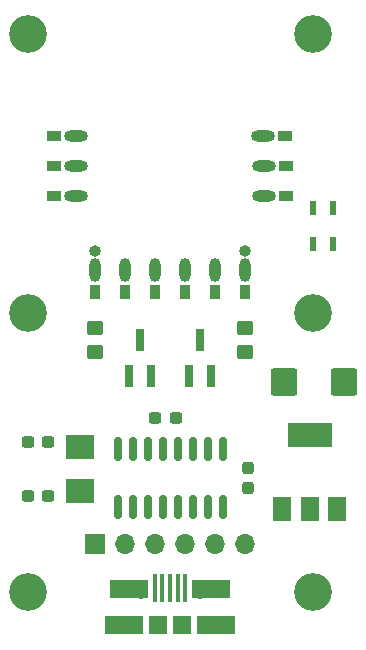
<source format=gbr>
%TF.GenerationSoftware,KiCad,Pcbnew,6.0.1+dfsg-1*%
%TF.CreationDate,2022-09-02T19:09:10-04:00*%
%TF.ProjectId,CH340-testing,43483334-302d-4746-9573-74696e672e6b,rev?*%
%TF.SameCoordinates,Original*%
%TF.FileFunction,Soldermask,Top*%
%TF.FilePolarity,Negative*%
%FSLAX46Y46*%
G04 Gerber Fmt 4.6, Leading zero omitted, Abs format (unit mm)*
G04 Created by KiCad (PCBNEW 6.0.1+dfsg-1) date 2022-09-02 19:09:10*
%MOMM*%
%LPD*%
G01*
G04 APERTURE LIST*
G04 Aperture macros list*
%AMRoundRect*
0 Rectangle with rounded corners*
0 $1 Rounding radius*
0 $2 $3 $4 $5 $6 $7 $8 $9 X,Y pos of 4 corners*
0 Add a 4 corners polygon primitive as box body*
4,1,4,$2,$3,$4,$5,$6,$7,$8,$9,$2,$3,0*
0 Add four circle primitives for the rounded corners*
1,1,$1+$1,$2,$3*
1,1,$1+$1,$4,$5*
1,1,$1+$1,$6,$7*
1,1,$1+$1,$8,$9*
0 Add four rect primitives between the rounded corners*
20,1,$1+$1,$2,$3,$4,$5,0*
20,1,$1+$1,$4,$5,$6,$7,0*
20,1,$1+$1,$6,$7,$8,$9,0*
20,1,$1+$1,$8,$9,$2,$3,0*%
G04 Aperture macros list end*
%ADD10C,3.200000*%
%ADD11RoundRect,0.237500X0.300000X0.237500X-0.300000X0.237500X-0.300000X-0.237500X0.300000X-0.237500X0*%
%ADD12RoundRect,0.250000X-0.875000X-0.925000X0.875000X-0.925000X0.875000X0.925000X-0.875000X0.925000X0*%
%ADD13R,0.600000X1.200000*%
%ADD14RoundRect,0.250000X0.450000X-0.350000X0.450000X0.350000X-0.450000X0.350000X-0.450000X-0.350000X0*%
%ADD15R,2.400000X2.000000*%
%ADD16R,0.800000X1.900000*%
%ADD17R,0.400000X2.350000*%
%ADD18O,0.890000X1.550000*%
%ADD19O,1.250000X0.950000*%
%ADD20R,3.200000X1.550000*%
%ADD21R,1.500000X1.550000*%
%ADD22RoundRect,0.237500X0.237500X-0.300000X0.237500X0.300000X-0.237500X0.300000X-0.237500X-0.300000X0*%
%ADD23RoundRect,0.150000X-0.150000X0.825000X-0.150000X-0.825000X0.150000X-0.825000X0.150000X0.825000X0*%
%ADD24R,1.700000X1.700000*%
%ADD25O,1.700000X1.700000*%
%ADD26R,1.500000X2.000000*%
%ADD27R,3.800000X2.000000*%
%ADD28O,0.950000X2.000000*%
%ADD29O,2.000000X0.950000*%
%ADD30R,1.300000X0.900000*%
%ADD31R,0.900000X1.300000*%
%ADD32O,1.000000X1.000000*%
G04 APERTURE END LIST*
D10*
%TO.C,REF\u002A\u002A*%
X162065000Y-90348000D03*
%TD*%
D11*
%TO.C,C2*%
X139686500Y-124892000D03*
X137961500Y-124892000D03*
%TD*%
D12*
%TO.C,C5*%
X159642000Y-119812000D03*
X164742000Y-119812000D03*
%TD*%
D13*
%TO.C,SW1*%
X162129194Y-105054000D03*
X162129194Y-108154000D03*
X163829194Y-105054000D03*
X163829194Y-108154000D03*
%TD*%
D10*
%TO.C,REF\u002A\u002A*%
X137935000Y-137592000D03*
%TD*%
D14*
%TO.C,R2*%
X143650000Y-117256000D03*
X143650000Y-115256000D03*
%TD*%
D10*
%TO.C,REF\u002A\u002A*%
X162065000Y-137592000D03*
%TD*%
D15*
%TO.C,Y1*%
X142380000Y-129027999D03*
X142380000Y-125327999D03*
%TD*%
D16*
%TO.C,Q1*%
X151590000Y-119280000D03*
X153490000Y-119280000D03*
X152540000Y-116280000D03*
%TD*%
D10*
%TO.C,REF\u002A\u002A*%
X137935000Y-113970000D03*
%TD*%
D17*
%TO.C,J2*%
X148700000Y-137216000D03*
X149350000Y-137216000D03*
X150000000Y-137216000D03*
X150650000Y-137216000D03*
X151300000Y-137216000D03*
D18*
X146500000Y-140416000D03*
D19*
X152500000Y-137716000D03*
D20*
X153500000Y-137316000D03*
D18*
X153500000Y-140416000D03*
D21*
X149000000Y-140416000D03*
D20*
X146100000Y-140416000D03*
X146500000Y-137316000D03*
X153900000Y-140416000D03*
D21*
X151000000Y-140416000D03*
D19*
X147500000Y-137716000D03*
%TD*%
D10*
%TO.C,REF\u002A\u002A*%
X137935000Y-90348000D03*
%TD*%
D22*
%TO.C,C4*%
X156604000Y-128802500D03*
X156604000Y-127077500D03*
%TD*%
D23*
%TO.C,U1*%
X154445000Y-125465000D03*
X153175000Y-125465000D03*
X151905000Y-125465000D03*
X150635000Y-125465000D03*
X149365000Y-125465000D03*
X148095000Y-125465000D03*
X146825000Y-125465000D03*
X145555000Y-125465000D03*
X145555000Y-130415000D03*
X146825000Y-130415000D03*
X148095000Y-130415000D03*
X149365000Y-130415000D03*
X150635000Y-130415000D03*
X151905000Y-130415000D03*
X153175000Y-130415000D03*
X154445000Y-130415000D03*
%TD*%
D24*
%TO.C,J1*%
X143650000Y-133528000D03*
D25*
X146190000Y-133528000D03*
X148730000Y-133528000D03*
X151270000Y-133528000D03*
X153810000Y-133528000D03*
X156350000Y-133528000D03*
%TD*%
D16*
%TO.C,Q2*%
X146510000Y-119280000D03*
X148410000Y-119280000D03*
X147460000Y-116280000D03*
%TD*%
D11*
%TO.C,C1*%
X139686500Y-129464000D03*
X137961500Y-129464000D03*
%TD*%
D26*
%TO.C,U2*%
X159511000Y-130582000D03*
X161811000Y-130582000D03*
D27*
X161811000Y-124282000D03*
D26*
X164111000Y-130582000D03*
%TD*%
D11*
%TO.C,C3*%
X150460000Y-122860000D03*
X148735000Y-122860000D03*
%TD*%
D28*
%TO.C,Um1*%
X146190000Y-110330000D03*
X148730000Y-110330000D03*
D29*
X142025000Y-104080000D03*
X142025000Y-99000000D03*
X157975000Y-104080000D03*
D28*
X153810000Y-110330000D03*
X143650000Y-110330000D03*
X156350000Y-110330000D03*
D29*
X157900000Y-99000000D03*
X142025000Y-101540000D03*
D28*
X151270000Y-110330000D03*
D29*
X157975000Y-101540000D03*
D30*
X140175000Y-99000000D03*
X140175000Y-101540000D03*
X140175000Y-104080000D03*
D31*
X143650000Y-112180000D03*
D32*
X143650000Y-108730000D03*
D31*
X146190000Y-112180000D03*
X148730000Y-112180000D03*
X151270000Y-112180000D03*
X153810000Y-112180000D03*
X156350000Y-112180000D03*
D32*
X156350000Y-108730000D03*
D30*
X159825000Y-104080000D03*
X159825000Y-101540000D03*
X159750000Y-99000000D03*
%TD*%
D14*
%TO.C,R1*%
X156350000Y-117256000D03*
X156350000Y-115256000D03*
%TD*%
D10*
%TO.C,REF\u002A\u002A*%
X162065000Y-113970000D03*
%TD*%
M02*

</source>
